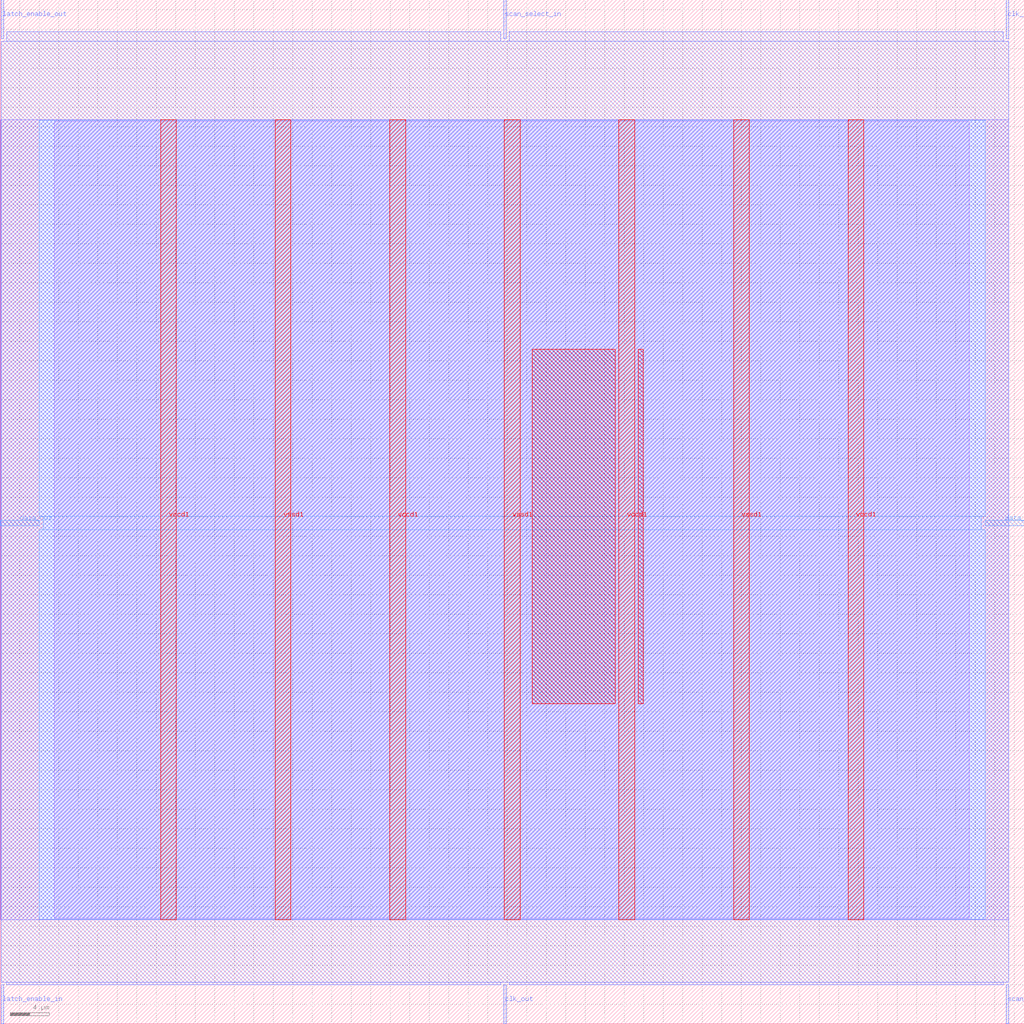
<source format=lef>
VERSION 5.7 ;
  NOWIREEXTENSIONATPIN ON ;
  DIVIDERCHAR "/" ;
  BUSBITCHARS "[]" ;
MACRO scan_wrapper_341410909669818963
  CLASS BLOCK ;
  FOREIGN scan_wrapper_341410909669818963 ;
  ORIGIN 0.000 0.000 ;
  SIZE 105.000 BY 105.000 ;
  PIN clk_in
    DIRECTION INPUT ;
    USE SIGNAL ;
    PORT
      LAYER met2 ;
        RECT 103.130 101.000 103.410 105.000 ;
    END
  END clk_in
  PIN clk_out
    DIRECTION OUTPUT TRISTATE ;
    USE SIGNAL ;
    PORT
      LAYER met2 ;
        RECT 51.610 0.000 51.890 4.000 ;
    END
  END clk_out
  PIN data_in
    DIRECTION INPUT ;
    USE SIGNAL ;
    PORT
      LAYER met3 ;
        RECT 101.000 51.040 105.000 51.640 ;
    END
  END data_in
  PIN data_out
    DIRECTION OUTPUT TRISTATE ;
    USE SIGNAL ;
    PORT
      LAYER met3 ;
        RECT 0.000 51.040 4.000 51.640 ;
    END
  END data_out
  PIN latch_enable_in
    DIRECTION INPUT ;
    USE SIGNAL ;
    PORT
      LAYER met2 ;
        RECT 0.090 0.000 0.370 4.000 ;
    END
  END latch_enable_in
  PIN latch_enable_out
    DIRECTION OUTPUT TRISTATE ;
    USE SIGNAL ;
    PORT
      LAYER met2 ;
        RECT 0.090 101.000 0.370 105.000 ;
    END
  END latch_enable_out
  PIN scan_select_in
    DIRECTION INPUT ;
    USE SIGNAL ;
    PORT
      LAYER met2 ;
        RECT 51.610 101.000 51.890 105.000 ;
    END
  END scan_select_in
  PIN scan_select_out
    DIRECTION OUTPUT TRISTATE ;
    USE SIGNAL ;
    PORT
      LAYER met2 ;
        RECT 103.130 0.000 103.410 4.000 ;
    END
  END scan_select_out
  PIN vccd1
    DIRECTION INOUT ;
    USE POWER ;
    PORT
      LAYER met4 ;
        RECT 16.465 10.640 18.065 92.720 ;
    END
    PORT
      LAYER met4 ;
        RECT 39.955 10.640 41.555 92.720 ;
    END
    PORT
      LAYER met4 ;
        RECT 63.445 10.640 65.045 92.720 ;
    END
    PORT
      LAYER met4 ;
        RECT 86.935 10.640 88.535 92.720 ;
    END
  END vccd1
  PIN vssd1
    DIRECTION INOUT ;
    USE GROUND ;
    PORT
      LAYER met4 ;
        RECT 28.210 10.640 29.810 92.720 ;
    END
    PORT
      LAYER met4 ;
        RECT 51.700 10.640 53.300 92.720 ;
    END
    PORT
      LAYER met4 ;
        RECT 75.190 10.640 76.790 92.720 ;
    END
  END vssd1
  OBS
      LAYER li1 ;
        RECT 5.520 10.795 99.360 92.565 ;
      LAYER met1 ;
        RECT 0.070 10.640 103.430 92.720 ;
      LAYER met2 ;
        RECT 0.650 100.720 51.330 101.730 ;
        RECT 52.170 100.720 102.850 101.730 ;
        RECT 0.100 4.280 103.400 100.720 ;
        RECT 0.650 4.000 51.330 4.280 ;
        RECT 52.170 4.000 102.850 4.280 ;
      LAYER met3 ;
        RECT 4.000 52.040 101.000 92.645 ;
        RECT 4.400 50.640 100.600 52.040 ;
        RECT 4.000 10.715 101.000 50.640 ;
      LAYER met4 ;
        RECT 54.575 32.815 63.045 69.185 ;
        RECT 65.445 32.815 65.945 69.185 ;
  END
END scan_wrapper_341410909669818963
END LIBRARY


</source>
